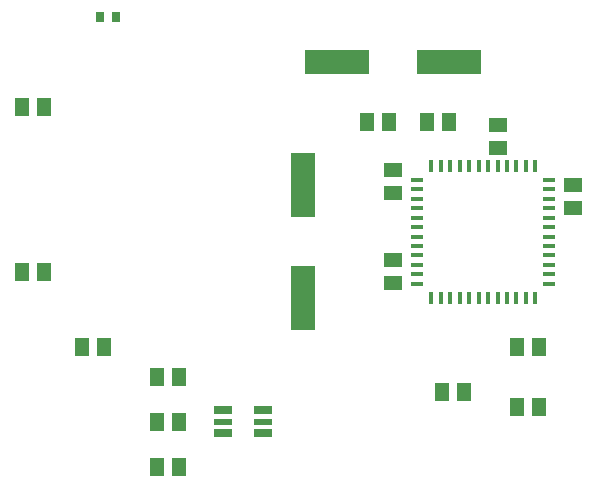
<source format=gbr>
G04 EAGLE Gerber RS-274X export*
G75*
%MOMM*%
%FSLAX34Y34*%
%LPD*%
%INSolderpaste Top*%
%IPPOS*%
%AMOC8*
5,1,8,0,0,1.08239X$1,22.5*%
G01*
%ADD10R,1.300000X1.500000*%
%ADD11R,1.500000X1.300000*%
%ADD12R,0.700000X0.900000*%
%ADD13R,1.650000X0.700000*%
%ADD14R,1.650000X0.600000*%
%ADD15R,2.000000X5.500000*%
%ADD16R,5.500000X2.000000*%
%ADD17R,1.000000X0.400000*%
%ADD18R,0.400000X1.000000*%


D10*
X485800Y469900D03*
X504800Y469900D03*
X555600Y469900D03*
X536600Y469900D03*
X612800Y228600D03*
X631800Y228600D03*
X631800Y279400D03*
X612800Y279400D03*
D11*
X660400Y415900D03*
X660400Y396900D03*
X596900Y466700D03*
X596900Y447700D03*
X508000Y409600D03*
X508000Y428600D03*
X508000Y333400D03*
X508000Y352400D03*
D12*
X273200Y558800D03*
X260200Y558800D03*
D13*
X364250Y225400D03*
D14*
X364250Y215900D03*
D13*
X364250Y206400D03*
X397750Y206400D03*
D14*
X397750Y215900D03*
D13*
X397750Y225400D03*
D15*
X431800Y415800D03*
X431800Y320800D03*
D16*
X460500Y520700D03*
X555500Y520700D03*
D10*
X308000Y215900D03*
X327000Y215900D03*
X193700Y482600D03*
X212700Y482600D03*
X244500Y279400D03*
X263500Y279400D03*
X193700Y342900D03*
X212700Y342900D03*
X549300Y241300D03*
X568300Y241300D03*
X308000Y254000D03*
X327000Y254000D03*
X308000Y177800D03*
X327000Y177800D03*
D17*
X528400Y420500D03*
X528400Y412500D03*
X528400Y404500D03*
X528400Y396500D03*
X528400Y388500D03*
X528400Y380500D03*
X528400Y372500D03*
X528400Y364500D03*
X528400Y356500D03*
X528400Y348500D03*
X528400Y340500D03*
X528400Y332500D03*
D18*
X540400Y320500D03*
X548400Y320500D03*
X556400Y320500D03*
X564400Y320500D03*
X572400Y320500D03*
X580400Y320500D03*
X588400Y320500D03*
X596400Y320500D03*
X604400Y320500D03*
X612400Y320500D03*
X620400Y320500D03*
X628400Y320500D03*
D17*
X640400Y332500D03*
X640400Y340500D03*
X640400Y348500D03*
X640400Y356500D03*
X640400Y364500D03*
X640400Y372500D03*
X640400Y380500D03*
X640400Y388500D03*
X640400Y396500D03*
X640400Y404500D03*
X640400Y412500D03*
X640400Y420500D03*
D18*
X628400Y432500D03*
X620400Y432500D03*
X612400Y432500D03*
X604400Y432500D03*
X596400Y432500D03*
X588400Y432500D03*
X580400Y432500D03*
X572400Y432500D03*
X564400Y432500D03*
X556400Y432500D03*
X548400Y432500D03*
X540400Y432500D03*
M02*

</source>
